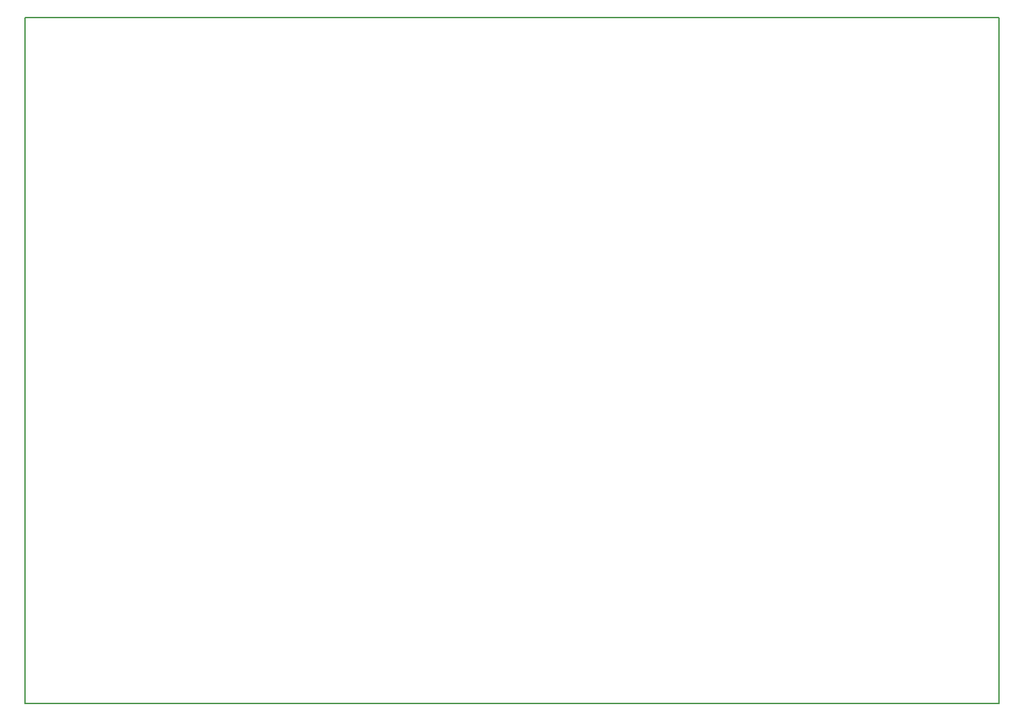
<source format=gbr>
G04 DipTrace 3.3.1.3*
G04 BoardOutline.gbr*
%MOIN*%
G04 #@! TF.FileFunction,Profile*
G04 #@! TF.Part,Single*
%ADD11C,0.005512*%
%FSLAX26Y26*%
G04*
G70*
G90*
G75*
G01*
G04 BoardOutline*
%LPD*%
X394016Y3779843D2*
D11*
Y394016D1*
X5197165D1*
Y3779843D1*
X394016D1*
M02*

</source>
